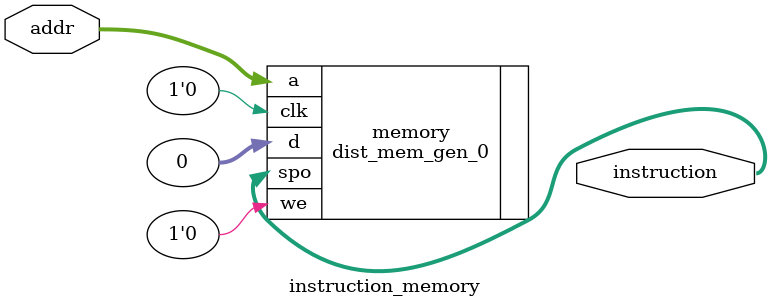
<source format=v>
`timescale 1ns / 1ps


module instruction_memory(
    input [9:0] addr,
    output [31:0] instruction
);
    dist_mem_gen_0 memory(
        .a(addr),
        .d(32'd0),
        .we(1'b0),
        .clk(1'b0),
        .spo(instruction)
    );
endmodule

</source>
